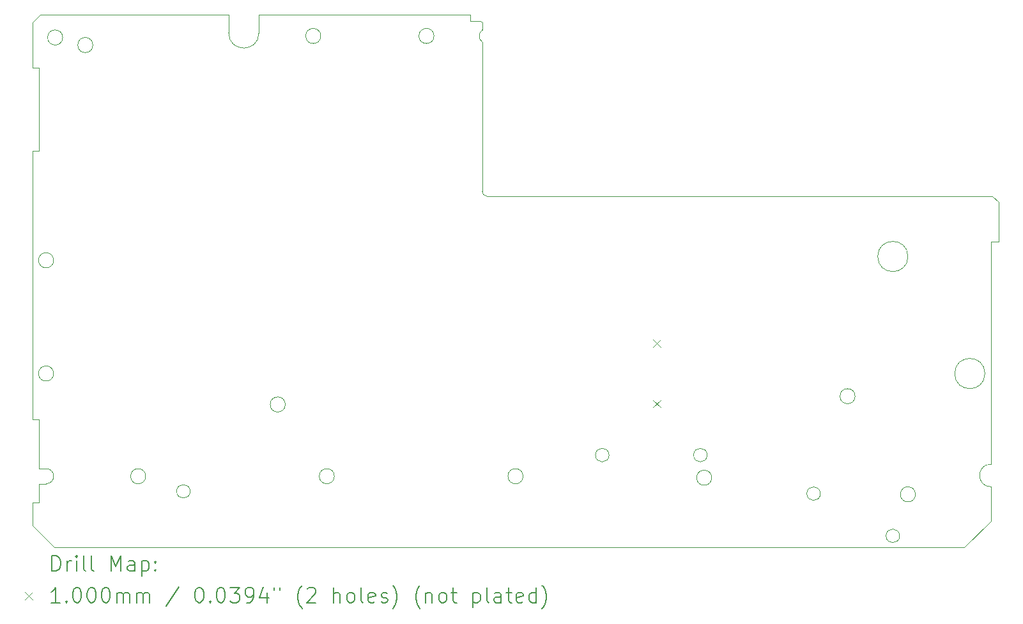
<source format=gbr>
%TF.GenerationSoftware,KiCad,Pcbnew,8.0.5-8.0.5-0~ubuntu24.04.1*%
%TF.CreationDate,2024-10-12T04:07:35+08:00*%
%TF.ProjectId,EL6170_Pro_Max_Plus,454c3631-3730-45f5-9072-6f5f4d61785f,rev?*%
%TF.SameCoordinates,Original*%
%TF.FileFunction,Drillmap*%
%TF.FilePolarity,Positive*%
%FSLAX45Y45*%
G04 Gerber Fmt 4.5, Leading zero omitted, Abs format (unit mm)*
G04 Created by KiCad (PCBNEW 8.0.5-8.0.5-0~ubuntu24.04.1) date 2024-10-12 04:07:35*
%MOMM*%
%LPD*%
G01*
G04 APERTURE LIST*
%ADD10C,0.050000*%
%ADD11C,0.200000*%
%ADD12C,0.100000*%
G04 APERTURE END LIST*
D10*
X9380000Y-12460000D02*
X9290000Y-12460000D01*
X21550000Y-13300000D02*
X9490000Y-13300000D01*
X9200000Y-12710000D02*
X9200000Y-13010000D01*
X15220000Y-8650000D02*
X21920000Y-8650000D01*
X20100000Y-11300000D02*
G75*
G02*
X19900000Y-11300000I-100000J0D01*
G01*
X19900000Y-11300000D02*
G75*
G02*
X20100000Y-11300000I100000J0D01*
G01*
X15140000Y-6330000D02*
X15160000Y-6350000D01*
X15000000Y-6250000D02*
X15000000Y-6330000D01*
X9290000Y-11610000D02*
X9200000Y-11610000D01*
X18200000Y-12380000D02*
G75*
G02*
X18000000Y-12380000I-100000J0D01*
G01*
X18000000Y-12380000D02*
G75*
G02*
X18200000Y-12380000I100000J0D01*
G01*
X9600000Y-6550000D02*
G75*
G02*
X9400000Y-6550000I-100000J0D01*
G01*
X9400000Y-6550000D02*
G75*
G02*
X9600000Y-6550000I100000J0D01*
G01*
X21900000Y-12500000D02*
X21900000Y-12950000D01*
X15220000Y-8650000D02*
G75*
G02*
X15160000Y-8590000I0J60000D01*
G01*
X14520000Y-6530000D02*
G75*
G02*
X14320000Y-6530000I-100000J0D01*
G01*
X14320000Y-6530000D02*
G75*
G02*
X14520000Y-6530000I100000J0D01*
G01*
X9290000Y-12260000D02*
X9290000Y-11610000D01*
X11800000Y-6250000D02*
X9300000Y-6250000D01*
X22000000Y-9250000D02*
X21900000Y-9250000D01*
X20690000Y-13150000D02*
G75*
G02*
X20510000Y-13150000I-90000J0D01*
G01*
X20510000Y-13150000D02*
G75*
G02*
X20690000Y-13150000I90000J0D01*
G01*
X21900000Y-9250000D02*
X21900000Y-12200000D01*
X10000000Y-6650000D02*
G75*
G02*
X9800000Y-6650000I-100000J0D01*
G01*
X9800000Y-6650000D02*
G75*
G02*
X10000000Y-6650000I100000J0D01*
G01*
X12550000Y-11410000D02*
G75*
G02*
X12350000Y-11410000I-100000J0D01*
G01*
X12350000Y-11410000D02*
G75*
G02*
X12550000Y-11410000I100000J0D01*
G01*
X9380000Y-12260000D02*
G75*
G02*
X9380000Y-12460000I0J-100000D01*
G01*
X11290000Y-12560000D02*
G75*
G02*
X11110000Y-12560000I-90000J0D01*
G01*
X11110000Y-12560000D02*
G75*
G02*
X11290000Y-12560000I90000J0D01*
G01*
X9490000Y-13300000D02*
X9200000Y-13010000D01*
X9200000Y-6350000D02*
X9200000Y-6950000D01*
X20900000Y-12600000D02*
G75*
G02*
X20700000Y-12600000I-100000J0D01*
G01*
X20700000Y-12600000D02*
G75*
G02*
X20900000Y-12600000I100000J0D01*
G01*
X13200000Y-12360000D02*
G75*
G02*
X13000000Y-12360000I-100000J0D01*
G01*
X13000000Y-12360000D02*
G75*
G02*
X13200000Y-12360000I100000J0D01*
G01*
X9380000Y-12260000D02*
X9290000Y-12260000D01*
X9290000Y-12460000D02*
X9290000Y-12710000D01*
X20800000Y-9450000D02*
G75*
G02*
X20400000Y-9450000I-200000J0D01*
G01*
X20400000Y-9450000D02*
G75*
G02*
X20800000Y-9450000I200000J0D01*
G01*
X21900000Y-12500000D02*
G75*
G02*
X21900000Y-12200000I0J150000D01*
G01*
X13020000Y-6530000D02*
G75*
G02*
X12820000Y-6530000I-100000J0D01*
G01*
X12820000Y-6530000D02*
G75*
G02*
X13020000Y-6530000I100000J0D01*
G01*
X9200000Y-6950000D02*
X9290000Y-6950000D01*
X9200000Y-11610000D02*
X9200000Y-8050000D01*
X18140000Y-12080000D02*
G75*
G02*
X17960000Y-12080000I-90000J0D01*
G01*
X17960000Y-12080000D02*
G75*
G02*
X18140000Y-12080000I90000J0D01*
G01*
X9480000Y-11000000D02*
G75*
G02*
X9280000Y-11000000I-100000J0D01*
G01*
X9280000Y-11000000D02*
G75*
G02*
X9480000Y-11000000I100000J0D01*
G01*
X9290000Y-6950000D02*
X9290000Y-8050000D01*
X9480000Y-9500000D02*
G75*
G02*
X9280000Y-9500000I-100000J0D01*
G01*
X9280000Y-9500000D02*
G75*
G02*
X9480000Y-9500000I100000J0D01*
G01*
X15000000Y-6330000D02*
X15140000Y-6330000D01*
X9290000Y-8050000D02*
X9200000Y-8050000D01*
X21900000Y-12950000D02*
X21550000Y-13300000D01*
X15000000Y-6250000D02*
X12200000Y-6250000D01*
X10700000Y-12360000D02*
G75*
G02*
X10500000Y-12360000I-100000J0D01*
G01*
X10500000Y-12360000D02*
G75*
G02*
X10700000Y-12360000I100000J0D01*
G01*
X12200000Y-6490000D02*
G75*
G02*
X11800000Y-6490000I-200000J0D01*
G01*
X9200000Y-12710000D02*
X9290000Y-12710000D01*
X9200000Y-6350000D02*
X9300000Y-6250000D01*
X15700000Y-12360000D02*
G75*
G02*
X15500000Y-12360000I-100000J0D01*
G01*
X15500000Y-12360000D02*
G75*
G02*
X15700000Y-12360000I100000J0D01*
G01*
X16840000Y-12080000D02*
G75*
G02*
X16660000Y-12080000I-90000J0D01*
G01*
X16660000Y-12080000D02*
G75*
G02*
X16840000Y-12080000I90000J0D01*
G01*
X19640000Y-12590000D02*
G75*
G02*
X19460000Y-12590000I-90000J0D01*
G01*
X19460000Y-12590000D02*
G75*
G02*
X19640000Y-12590000I90000J0D01*
G01*
X15160000Y-6610000D02*
X15160000Y-8590000D01*
X15160000Y-6350000D02*
X15160000Y-6450000D01*
X11800000Y-6490000D02*
X11800000Y-6250000D01*
X21920000Y-8650000D02*
X22000000Y-8730000D01*
X12200000Y-6490000D02*
X12200000Y-6250000D01*
X21820000Y-11000000D02*
G75*
G02*
X21420000Y-11000000I-200000J0D01*
G01*
X21420000Y-11000000D02*
G75*
G02*
X21820000Y-11000000I200000J0D01*
G01*
X22000000Y-8730000D02*
X22000000Y-9250000D01*
X15160000Y-6610000D02*
G75*
G02*
X15160000Y-6450000I60000J80000D01*
G01*
D11*
D12*
X17420000Y-10550000D02*
X17520000Y-10650000D01*
X17520000Y-10550000D02*
X17420000Y-10650000D01*
X17420000Y-11350000D02*
X17520000Y-11450000D01*
X17520000Y-11350000D02*
X17420000Y-11450000D01*
D11*
X9458277Y-13613984D02*
X9458277Y-13413984D01*
X9458277Y-13413984D02*
X9505896Y-13413984D01*
X9505896Y-13413984D02*
X9534467Y-13423508D01*
X9534467Y-13423508D02*
X9553515Y-13442555D01*
X9553515Y-13442555D02*
X9563039Y-13461603D01*
X9563039Y-13461603D02*
X9572563Y-13499698D01*
X9572563Y-13499698D02*
X9572563Y-13528269D01*
X9572563Y-13528269D02*
X9563039Y-13566365D01*
X9563039Y-13566365D02*
X9553515Y-13585412D01*
X9553515Y-13585412D02*
X9534467Y-13604460D01*
X9534467Y-13604460D02*
X9505896Y-13613984D01*
X9505896Y-13613984D02*
X9458277Y-13613984D01*
X9658277Y-13613984D02*
X9658277Y-13480650D01*
X9658277Y-13518746D02*
X9667801Y-13499698D01*
X9667801Y-13499698D02*
X9677324Y-13490174D01*
X9677324Y-13490174D02*
X9696372Y-13480650D01*
X9696372Y-13480650D02*
X9715420Y-13480650D01*
X9782086Y-13613984D02*
X9782086Y-13480650D01*
X9782086Y-13413984D02*
X9772563Y-13423508D01*
X9772563Y-13423508D02*
X9782086Y-13433031D01*
X9782086Y-13433031D02*
X9791610Y-13423508D01*
X9791610Y-13423508D02*
X9782086Y-13413984D01*
X9782086Y-13413984D02*
X9782086Y-13433031D01*
X9905896Y-13613984D02*
X9886848Y-13604460D01*
X9886848Y-13604460D02*
X9877324Y-13585412D01*
X9877324Y-13585412D02*
X9877324Y-13413984D01*
X10010658Y-13613984D02*
X9991610Y-13604460D01*
X9991610Y-13604460D02*
X9982086Y-13585412D01*
X9982086Y-13585412D02*
X9982086Y-13413984D01*
X10239229Y-13613984D02*
X10239229Y-13413984D01*
X10239229Y-13413984D02*
X10305896Y-13556841D01*
X10305896Y-13556841D02*
X10372563Y-13413984D01*
X10372563Y-13413984D02*
X10372563Y-13613984D01*
X10553515Y-13613984D02*
X10553515Y-13509222D01*
X10553515Y-13509222D02*
X10543991Y-13490174D01*
X10543991Y-13490174D02*
X10524944Y-13480650D01*
X10524944Y-13480650D02*
X10486848Y-13480650D01*
X10486848Y-13480650D02*
X10467801Y-13490174D01*
X10553515Y-13604460D02*
X10534467Y-13613984D01*
X10534467Y-13613984D02*
X10486848Y-13613984D01*
X10486848Y-13613984D02*
X10467801Y-13604460D01*
X10467801Y-13604460D02*
X10458277Y-13585412D01*
X10458277Y-13585412D02*
X10458277Y-13566365D01*
X10458277Y-13566365D02*
X10467801Y-13547317D01*
X10467801Y-13547317D02*
X10486848Y-13537793D01*
X10486848Y-13537793D02*
X10534467Y-13537793D01*
X10534467Y-13537793D02*
X10553515Y-13528269D01*
X10648753Y-13480650D02*
X10648753Y-13680650D01*
X10648753Y-13490174D02*
X10667801Y-13480650D01*
X10667801Y-13480650D02*
X10705896Y-13480650D01*
X10705896Y-13480650D02*
X10724944Y-13490174D01*
X10724944Y-13490174D02*
X10734467Y-13499698D01*
X10734467Y-13499698D02*
X10743991Y-13518746D01*
X10743991Y-13518746D02*
X10743991Y-13575888D01*
X10743991Y-13575888D02*
X10734467Y-13594936D01*
X10734467Y-13594936D02*
X10724944Y-13604460D01*
X10724944Y-13604460D02*
X10705896Y-13613984D01*
X10705896Y-13613984D02*
X10667801Y-13613984D01*
X10667801Y-13613984D02*
X10648753Y-13604460D01*
X10829705Y-13594936D02*
X10839229Y-13604460D01*
X10839229Y-13604460D02*
X10829705Y-13613984D01*
X10829705Y-13613984D02*
X10820182Y-13604460D01*
X10820182Y-13604460D02*
X10829705Y-13594936D01*
X10829705Y-13594936D02*
X10829705Y-13613984D01*
X10829705Y-13490174D02*
X10839229Y-13499698D01*
X10839229Y-13499698D02*
X10829705Y-13509222D01*
X10829705Y-13509222D02*
X10820182Y-13499698D01*
X10820182Y-13499698D02*
X10829705Y-13490174D01*
X10829705Y-13490174D02*
X10829705Y-13509222D01*
D12*
X9097500Y-13892500D02*
X9197500Y-13992500D01*
X9197500Y-13892500D02*
X9097500Y-13992500D01*
D11*
X9563039Y-14033984D02*
X9448753Y-14033984D01*
X9505896Y-14033984D02*
X9505896Y-13833984D01*
X9505896Y-13833984D02*
X9486848Y-13862555D01*
X9486848Y-13862555D02*
X9467801Y-13881603D01*
X9467801Y-13881603D02*
X9448753Y-13891127D01*
X9648753Y-14014936D02*
X9658277Y-14024460D01*
X9658277Y-14024460D02*
X9648753Y-14033984D01*
X9648753Y-14033984D02*
X9639229Y-14024460D01*
X9639229Y-14024460D02*
X9648753Y-14014936D01*
X9648753Y-14014936D02*
X9648753Y-14033984D01*
X9782086Y-13833984D02*
X9801134Y-13833984D01*
X9801134Y-13833984D02*
X9820182Y-13843508D01*
X9820182Y-13843508D02*
X9829705Y-13853031D01*
X9829705Y-13853031D02*
X9839229Y-13872079D01*
X9839229Y-13872079D02*
X9848753Y-13910174D01*
X9848753Y-13910174D02*
X9848753Y-13957793D01*
X9848753Y-13957793D02*
X9839229Y-13995888D01*
X9839229Y-13995888D02*
X9829705Y-14014936D01*
X9829705Y-14014936D02*
X9820182Y-14024460D01*
X9820182Y-14024460D02*
X9801134Y-14033984D01*
X9801134Y-14033984D02*
X9782086Y-14033984D01*
X9782086Y-14033984D02*
X9763039Y-14024460D01*
X9763039Y-14024460D02*
X9753515Y-14014936D01*
X9753515Y-14014936D02*
X9743991Y-13995888D01*
X9743991Y-13995888D02*
X9734467Y-13957793D01*
X9734467Y-13957793D02*
X9734467Y-13910174D01*
X9734467Y-13910174D02*
X9743991Y-13872079D01*
X9743991Y-13872079D02*
X9753515Y-13853031D01*
X9753515Y-13853031D02*
X9763039Y-13843508D01*
X9763039Y-13843508D02*
X9782086Y-13833984D01*
X9972563Y-13833984D02*
X9991610Y-13833984D01*
X9991610Y-13833984D02*
X10010658Y-13843508D01*
X10010658Y-13843508D02*
X10020182Y-13853031D01*
X10020182Y-13853031D02*
X10029705Y-13872079D01*
X10029705Y-13872079D02*
X10039229Y-13910174D01*
X10039229Y-13910174D02*
X10039229Y-13957793D01*
X10039229Y-13957793D02*
X10029705Y-13995888D01*
X10029705Y-13995888D02*
X10020182Y-14014936D01*
X10020182Y-14014936D02*
X10010658Y-14024460D01*
X10010658Y-14024460D02*
X9991610Y-14033984D01*
X9991610Y-14033984D02*
X9972563Y-14033984D01*
X9972563Y-14033984D02*
X9953515Y-14024460D01*
X9953515Y-14024460D02*
X9943991Y-14014936D01*
X9943991Y-14014936D02*
X9934467Y-13995888D01*
X9934467Y-13995888D02*
X9924944Y-13957793D01*
X9924944Y-13957793D02*
X9924944Y-13910174D01*
X9924944Y-13910174D02*
X9934467Y-13872079D01*
X9934467Y-13872079D02*
X9943991Y-13853031D01*
X9943991Y-13853031D02*
X9953515Y-13843508D01*
X9953515Y-13843508D02*
X9972563Y-13833984D01*
X10163039Y-13833984D02*
X10182086Y-13833984D01*
X10182086Y-13833984D02*
X10201134Y-13843508D01*
X10201134Y-13843508D02*
X10210658Y-13853031D01*
X10210658Y-13853031D02*
X10220182Y-13872079D01*
X10220182Y-13872079D02*
X10229705Y-13910174D01*
X10229705Y-13910174D02*
X10229705Y-13957793D01*
X10229705Y-13957793D02*
X10220182Y-13995888D01*
X10220182Y-13995888D02*
X10210658Y-14014936D01*
X10210658Y-14014936D02*
X10201134Y-14024460D01*
X10201134Y-14024460D02*
X10182086Y-14033984D01*
X10182086Y-14033984D02*
X10163039Y-14033984D01*
X10163039Y-14033984D02*
X10143991Y-14024460D01*
X10143991Y-14024460D02*
X10134467Y-14014936D01*
X10134467Y-14014936D02*
X10124944Y-13995888D01*
X10124944Y-13995888D02*
X10115420Y-13957793D01*
X10115420Y-13957793D02*
X10115420Y-13910174D01*
X10115420Y-13910174D02*
X10124944Y-13872079D01*
X10124944Y-13872079D02*
X10134467Y-13853031D01*
X10134467Y-13853031D02*
X10143991Y-13843508D01*
X10143991Y-13843508D02*
X10163039Y-13833984D01*
X10315420Y-14033984D02*
X10315420Y-13900650D01*
X10315420Y-13919698D02*
X10324944Y-13910174D01*
X10324944Y-13910174D02*
X10343991Y-13900650D01*
X10343991Y-13900650D02*
X10372563Y-13900650D01*
X10372563Y-13900650D02*
X10391610Y-13910174D01*
X10391610Y-13910174D02*
X10401134Y-13929222D01*
X10401134Y-13929222D02*
X10401134Y-14033984D01*
X10401134Y-13929222D02*
X10410658Y-13910174D01*
X10410658Y-13910174D02*
X10429705Y-13900650D01*
X10429705Y-13900650D02*
X10458277Y-13900650D01*
X10458277Y-13900650D02*
X10477325Y-13910174D01*
X10477325Y-13910174D02*
X10486848Y-13929222D01*
X10486848Y-13929222D02*
X10486848Y-14033984D01*
X10582086Y-14033984D02*
X10582086Y-13900650D01*
X10582086Y-13919698D02*
X10591610Y-13910174D01*
X10591610Y-13910174D02*
X10610658Y-13900650D01*
X10610658Y-13900650D02*
X10639229Y-13900650D01*
X10639229Y-13900650D02*
X10658277Y-13910174D01*
X10658277Y-13910174D02*
X10667801Y-13929222D01*
X10667801Y-13929222D02*
X10667801Y-14033984D01*
X10667801Y-13929222D02*
X10677325Y-13910174D01*
X10677325Y-13910174D02*
X10696372Y-13900650D01*
X10696372Y-13900650D02*
X10724944Y-13900650D01*
X10724944Y-13900650D02*
X10743991Y-13910174D01*
X10743991Y-13910174D02*
X10753515Y-13929222D01*
X10753515Y-13929222D02*
X10753515Y-14033984D01*
X11143991Y-13824460D02*
X10972563Y-14081603D01*
X11401134Y-13833984D02*
X11420182Y-13833984D01*
X11420182Y-13833984D02*
X11439229Y-13843508D01*
X11439229Y-13843508D02*
X11448753Y-13853031D01*
X11448753Y-13853031D02*
X11458277Y-13872079D01*
X11458277Y-13872079D02*
X11467801Y-13910174D01*
X11467801Y-13910174D02*
X11467801Y-13957793D01*
X11467801Y-13957793D02*
X11458277Y-13995888D01*
X11458277Y-13995888D02*
X11448753Y-14014936D01*
X11448753Y-14014936D02*
X11439229Y-14024460D01*
X11439229Y-14024460D02*
X11420182Y-14033984D01*
X11420182Y-14033984D02*
X11401134Y-14033984D01*
X11401134Y-14033984D02*
X11382086Y-14024460D01*
X11382086Y-14024460D02*
X11372563Y-14014936D01*
X11372563Y-14014936D02*
X11363039Y-13995888D01*
X11363039Y-13995888D02*
X11353515Y-13957793D01*
X11353515Y-13957793D02*
X11353515Y-13910174D01*
X11353515Y-13910174D02*
X11363039Y-13872079D01*
X11363039Y-13872079D02*
X11372563Y-13853031D01*
X11372563Y-13853031D02*
X11382086Y-13843508D01*
X11382086Y-13843508D02*
X11401134Y-13833984D01*
X11553515Y-14014936D02*
X11563039Y-14024460D01*
X11563039Y-14024460D02*
X11553515Y-14033984D01*
X11553515Y-14033984D02*
X11543991Y-14024460D01*
X11543991Y-14024460D02*
X11553515Y-14014936D01*
X11553515Y-14014936D02*
X11553515Y-14033984D01*
X11686848Y-13833984D02*
X11705896Y-13833984D01*
X11705896Y-13833984D02*
X11724944Y-13843508D01*
X11724944Y-13843508D02*
X11734467Y-13853031D01*
X11734467Y-13853031D02*
X11743991Y-13872079D01*
X11743991Y-13872079D02*
X11753515Y-13910174D01*
X11753515Y-13910174D02*
X11753515Y-13957793D01*
X11753515Y-13957793D02*
X11743991Y-13995888D01*
X11743991Y-13995888D02*
X11734467Y-14014936D01*
X11734467Y-14014936D02*
X11724944Y-14024460D01*
X11724944Y-14024460D02*
X11705896Y-14033984D01*
X11705896Y-14033984D02*
X11686848Y-14033984D01*
X11686848Y-14033984D02*
X11667801Y-14024460D01*
X11667801Y-14024460D02*
X11658277Y-14014936D01*
X11658277Y-14014936D02*
X11648753Y-13995888D01*
X11648753Y-13995888D02*
X11639229Y-13957793D01*
X11639229Y-13957793D02*
X11639229Y-13910174D01*
X11639229Y-13910174D02*
X11648753Y-13872079D01*
X11648753Y-13872079D02*
X11658277Y-13853031D01*
X11658277Y-13853031D02*
X11667801Y-13843508D01*
X11667801Y-13843508D02*
X11686848Y-13833984D01*
X11820182Y-13833984D02*
X11943991Y-13833984D01*
X11943991Y-13833984D02*
X11877325Y-13910174D01*
X11877325Y-13910174D02*
X11905896Y-13910174D01*
X11905896Y-13910174D02*
X11924944Y-13919698D01*
X11924944Y-13919698D02*
X11934467Y-13929222D01*
X11934467Y-13929222D02*
X11943991Y-13948269D01*
X11943991Y-13948269D02*
X11943991Y-13995888D01*
X11943991Y-13995888D02*
X11934467Y-14014936D01*
X11934467Y-14014936D02*
X11924944Y-14024460D01*
X11924944Y-14024460D02*
X11905896Y-14033984D01*
X11905896Y-14033984D02*
X11848753Y-14033984D01*
X11848753Y-14033984D02*
X11829706Y-14024460D01*
X11829706Y-14024460D02*
X11820182Y-14014936D01*
X12039229Y-14033984D02*
X12077325Y-14033984D01*
X12077325Y-14033984D02*
X12096372Y-14024460D01*
X12096372Y-14024460D02*
X12105896Y-14014936D01*
X12105896Y-14014936D02*
X12124944Y-13986365D01*
X12124944Y-13986365D02*
X12134467Y-13948269D01*
X12134467Y-13948269D02*
X12134467Y-13872079D01*
X12134467Y-13872079D02*
X12124944Y-13853031D01*
X12124944Y-13853031D02*
X12115420Y-13843508D01*
X12115420Y-13843508D02*
X12096372Y-13833984D01*
X12096372Y-13833984D02*
X12058277Y-13833984D01*
X12058277Y-13833984D02*
X12039229Y-13843508D01*
X12039229Y-13843508D02*
X12029706Y-13853031D01*
X12029706Y-13853031D02*
X12020182Y-13872079D01*
X12020182Y-13872079D02*
X12020182Y-13919698D01*
X12020182Y-13919698D02*
X12029706Y-13938746D01*
X12029706Y-13938746D02*
X12039229Y-13948269D01*
X12039229Y-13948269D02*
X12058277Y-13957793D01*
X12058277Y-13957793D02*
X12096372Y-13957793D01*
X12096372Y-13957793D02*
X12115420Y-13948269D01*
X12115420Y-13948269D02*
X12124944Y-13938746D01*
X12124944Y-13938746D02*
X12134467Y-13919698D01*
X12305896Y-13900650D02*
X12305896Y-14033984D01*
X12258277Y-13824460D02*
X12210658Y-13967317D01*
X12210658Y-13967317D02*
X12334467Y-13967317D01*
X12401134Y-13833984D02*
X12401134Y-13872079D01*
X12477325Y-13833984D02*
X12477325Y-13872079D01*
X12772563Y-14110174D02*
X12763039Y-14100650D01*
X12763039Y-14100650D02*
X12743991Y-14072079D01*
X12743991Y-14072079D02*
X12734468Y-14053031D01*
X12734468Y-14053031D02*
X12724944Y-14024460D01*
X12724944Y-14024460D02*
X12715420Y-13976841D01*
X12715420Y-13976841D02*
X12715420Y-13938746D01*
X12715420Y-13938746D02*
X12724944Y-13891127D01*
X12724944Y-13891127D02*
X12734468Y-13862555D01*
X12734468Y-13862555D02*
X12743991Y-13843508D01*
X12743991Y-13843508D02*
X12763039Y-13814936D01*
X12763039Y-13814936D02*
X12772563Y-13805412D01*
X12839229Y-13853031D02*
X12848753Y-13843508D01*
X12848753Y-13843508D02*
X12867801Y-13833984D01*
X12867801Y-13833984D02*
X12915420Y-13833984D01*
X12915420Y-13833984D02*
X12934468Y-13843508D01*
X12934468Y-13843508D02*
X12943991Y-13853031D01*
X12943991Y-13853031D02*
X12953515Y-13872079D01*
X12953515Y-13872079D02*
X12953515Y-13891127D01*
X12953515Y-13891127D02*
X12943991Y-13919698D01*
X12943991Y-13919698D02*
X12829706Y-14033984D01*
X12829706Y-14033984D02*
X12953515Y-14033984D01*
X13191610Y-14033984D02*
X13191610Y-13833984D01*
X13277325Y-14033984D02*
X13277325Y-13929222D01*
X13277325Y-13929222D02*
X13267801Y-13910174D01*
X13267801Y-13910174D02*
X13248753Y-13900650D01*
X13248753Y-13900650D02*
X13220182Y-13900650D01*
X13220182Y-13900650D02*
X13201134Y-13910174D01*
X13201134Y-13910174D02*
X13191610Y-13919698D01*
X13401134Y-14033984D02*
X13382087Y-14024460D01*
X13382087Y-14024460D02*
X13372563Y-14014936D01*
X13372563Y-14014936D02*
X13363039Y-13995888D01*
X13363039Y-13995888D02*
X13363039Y-13938746D01*
X13363039Y-13938746D02*
X13372563Y-13919698D01*
X13372563Y-13919698D02*
X13382087Y-13910174D01*
X13382087Y-13910174D02*
X13401134Y-13900650D01*
X13401134Y-13900650D02*
X13429706Y-13900650D01*
X13429706Y-13900650D02*
X13448753Y-13910174D01*
X13448753Y-13910174D02*
X13458277Y-13919698D01*
X13458277Y-13919698D02*
X13467801Y-13938746D01*
X13467801Y-13938746D02*
X13467801Y-13995888D01*
X13467801Y-13995888D02*
X13458277Y-14014936D01*
X13458277Y-14014936D02*
X13448753Y-14024460D01*
X13448753Y-14024460D02*
X13429706Y-14033984D01*
X13429706Y-14033984D02*
X13401134Y-14033984D01*
X13582087Y-14033984D02*
X13563039Y-14024460D01*
X13563039Y-14024460D02*
X13553515Y-14005412D01*
X13553515Y-14005412D02*
X13553515Y-13833984D01*
X13734468Y-14024460D02*
X13715420Y-14033984D01*
X13715420Y-14033984D02*
X13677325Y-14033984D01*
X13677325Y-14033984D02*
X13658277Y-14024460D01*
X13658277Y-14024460D02*
X13648753Y-14005412D01*
X13648753Y-14005412D02*
X13648753Y-13929222D01*
X13648753Y-13929222D02*
X13658277Y-13910174D01*
X13658277Y-13910174D02*
X13677325Y-13900650D01*
X13677325Y-13900650D02*
X13715420Y-13900650D01*
X13715420Y-13900650D02*
X13734468Y-13910174D01*
X13734468Y-13910174D02*
X13743991Y-13929222D01*
X13743991Y-13929222D02*
X13743991Y-13948269D01*
X13743991Y-13948269D02*
X13648753Y-13967317D01*
X13820182Y-14024460D02*
X13839230Y-14033984D01*
X13839230Y-14033984D02*
X13877325Y-14033984D01*
X13877325Y-14033984D02*
X13896372Y-14024460D01*
X13896372Y-14024460D02*
X13905896Y-14005412D01*
X13905896Y-14005412D02*
X13905896Y-13995888D01*
X13905896Y-13995888D02*
X13896372Y-13976841D01*
X13896372Y-13976841D02*
X13877325Y-13967317D01*
X13877325Y-13967317D02*
X13848753Y-13967317D01*
X13848753Y-13967317D02*
X13829706Y-13957793D01*
X13829706Y-13957793D02*
X13820182Y-13938746D01*
X13820182Y-13938746D02*
X13820182Y-13929222D01*
X13820182Y-13929222D02*
X13829706Y-13910174D01*
X13829706Y-13910174D02*
X13848753Y-13900650D01*
X13848753Y-13900650D02*
X13877325Y-13900650D01*
X13877325Y-13900650D02*
X13896372Y-13910174D01*
X13972563Y-14110174D02*
X13982087Y-14100650D01*
X13982087Y-14100650D02*
X14001134Y-14072079D01*
X14001134Y-14072079D02*
X14010658Y-14053031D01*
X14010658Y-14053031D02*
X14020182Y-14024460D01*
X14020182Y-14024460D02*
X14029706Y-13976841D01*
X14029706Y-13976841D02*
X14029706Y-13938746D01*
X14029706Y-13938746D02*
X14020182Y-13891127D01*
X14020182Y-13891127D02*
X14010658Y-13862555D01*
X14010658Y-13862555D02*
X14001134Y-13843508D01*
X14001134Y-13843508D02*
X13982087Y-13814936D01*
X13982087Y-13814936D02*
X13972563Y-13805412D01*
X14334468Y-14110174D02*
X14324944Y-14100650D01*
X14324944Y-14100650D02*
X14305896Y-14072079D01*
X14305896Y-14072079D02*
X14296372Y-14053031D01*
X14296372Y-14053031D02*
X14286849Y-14024460D01*
X14286849Y-14024460D02*
X14277325Y-13976841D01*
X14277325Y-13976841D02*
X14277325Y-13938746D01*
X14277325Y-13938746D02*
X14286849Y-13891127D01*
X14286849Y-13891127D02*
X14296372Y-13862555D01*
X14296372Y-13862555D02*
X14305896Y-13843508D01*
X14305896Y-13843508D02*
X14324944Y-13814936D01*
X14324944Y-13814936D02*
X14334468Y-13805412D01*
X14410658Y-13900650D02*
X14410658Y-14033984D01*
X14410658Y-13919698D02*
X14420182Y-13910174D01*
X14420182Y-13910174D02*
X14439230Y-13900650D01*
X14439230Y-13900650D02*
X14467801Y-13900650D01*
X14467801Y-13900650D02*
X14486849Y-13910174D01*
X14486849Y-13910174D02*
X14496372Y-13929222D01*
X14496372Y-13929222D02*
X14496372Y-14033984D01*
X14620182Y-14033984D02*
X14601134Y-14024460D01*
X14601134Y-14024460D02*
X14591611Y-14014936D01*
X14591611Y-14014936D02*
X14582087Y-13995888D01*
X14582087Y-13995888D02*
X14582087Y-13938746D01*
X14582087Y-13938746D02*
X14591611Y-13919698D01*
X14591611Y-13919698D02*
X14601134Y-13910174D01*
X14601134Y-13910174D02*
X14620182Y-13900650D01*
X14620182Y-13900650D02*
X14648753Y-13900650D01*
X14648753Y-13900650D02*
X14667801Y-13910174D01*
X14667801Y-13910174D02*
X14677325Y-13919698D01*
X14677325Y-13919698D02*
X14686849Y-13938746D01*
X14686849Y-13938746D02*
X14686849Y-13995888D01*
X14686849Y-13995888D02*
X14677325Y-14014936D01*
X14677325Y-14014936D02*
X14667801Y-14024460D01*
X14667801Y-14024460D02*
X14648753Y-14033984D01*
X14648753Y-14033984D02*
X14620182Y-14033984D01*
X14743992Y-13900650D02*
X14820182Y-13900650D01*
X14772563Y-13833984D02*
X14772563Y-14005412D01*
X14772563Y-14005412D02*
X14782087Y-14024460D01*
X14782087Y-14024460D02*
X14801134Y-14033984D01*
X14801134Y-14033984D02*
X14820182Y-14033984D01*
X15039230Y-13900650D02*
X15039230Y-14100650D01*
X15039230Y-13910174D02*
X15058277Y-13900650D01*
X15058277Y-13900650D02*
X15096373Y-13900650D01*
X15096373Y-13900650D02*
X15115420Y-13910174D01*
X15115420Y-13910174D02*
X15124944Y-13919698D01*
X15124944Y-13919698D02*
X15134468Y-13938746D01*
X15134468Y-13938746D02*
X15134468Y-13995888D01*
X15134468Y-13995888D02*
X15124944Y-14014936D01*
X15124944Y-14014936D02*
X15115420Y-14024460D01*
X15115420Y-14024460D02*
X15096373Y-14033984D01*
X15096373Y-14033984D02*
X15058277Y-14033984D01*
X15058277Y-14033984D02*
X15039230Y-14024460D01*
X15248753Y-14033984D02*
X15229706Y-14024460D01*
X15229706Y-14024460D02*
X15220182Y-14005412D01*
X15220182Y-14005412D02*
X15220182Y-13833984D01*
X15410658Y-14033984D02*
X15410658Y-13929222D01*
X15410658Y-13929222D02*
X15401134Y-13910174D01*
X15401134Y-13910174D02*
X15382087Y-13900650D01*
X15382087Y-13900650D02*
X15343992Y-13900650D01*
X15343992Y-13900650D02*
X15324944Y-13910174D01*
X15410658Y-14024460D02*
X15391611Y-14033984D01*
X15391611Y-14033984D02*
X15343992Y-14033984D01*
X15343992Y-14033984D02*
X15324944Y-14024460D01*
X15324944Y-14024460D02*
X15315420Y-14005412D01*
X15315420Y-14005412D02*
X15315420Y-13986365D01*
X15315420Y-13986365D02*
X15324944Y-13967317D01*
X15324944Y-13967317D02*
X15343992Y-13957793D01*
X15343992Y-13957793D02*
X15391611Y-13957793D01*
X15391611Y-13957793D02*
X15410658Y-13948269D01*
X15477325Y-13900650D02*
X15553515Y-13900650D01*
X15505896Y-13833984D02*
X15505896Y-14005412D01*
X15505896Y-14005412D02*
X15515420Y-14024460D01*
X15515420Y-14024460D02*
X15534468Y-14033984D01*
X15534468Y-14033984D02*
X15553515Y-14033984D01*
X15696373Y-14024460D02*
X15677325Y-14033984D01*
X15677325Y-14033984D02*
X15639230Y-14033984D01*
X15639230Y-14033984D02*
X15620182Y-14024460D01*
X15620182Y-14024460D02*
X15610658Y-14005412D01*
X15610658Y-14005412D02*
X15610658Y-13929222D01*
X15610658Y-13929222D02*
X15620182Y-13910174D01*
X15620182Y-13910174D02*
X15639230Y-13900650D01*
X15639230Y-13900650D02*
X15677325Y-13900650D01*
X15677325Y-13900650D02*
X15696373Y-13910174D01*
X15696373Y-13910174D02*
X15705896Y-13929222D01*
X15705896Y-13929222D02*
X15705896Y-13948269D01*
X15705896Y-13948269D02*
X15610658Y-13967317D01*
X15877325Y-14033984D02*
X15877325Y-13833984D01*
X15877325Y-14024460D02*
X15858277Y-14033984D01*
X15858277Y-14033984D02*
X15820182Y-14033984D01*
X15820182Y-14033984D02*
X15801134Y-14024460D01*
X15801134Y-14024460D02*
X15791611Y-14014936D01*
X15791611Y-14014936D02*
X15782087Y-13995888D01*
X15782087Y-13995888D02*
X15782087Y-13938746D01*
X15782087Y-13938746D02*
X15791611Y-13919698D01*
X15791611Y-13919698D02*
X15801134Y-13910174D01*
X15801134Y-13910174D02*
X15820182Y-13900650D01*
X15820182Y-13900650D02*
X15858277Y-13900650D01*
X15858277Y-13900650D02*
X15877325Y-13910174D01*
X15953515Y-14110174D02*
X15963039Y-14100650D01*
X15963039Y-14100650D02*
X15982087Y-14072079D01*
X15982087Y-14072079D02*
X15991611Y-14053031D01*
X15991611Y-14053031D02*
X16001134Y-14024460D01*
X16001134Y-14024460D02*
X16010658Y-13976841D01*
X16010658Y-13976841D02*
X16010658Y-13938746D01*
X16010658Y-13938746D02*
X16001134Y-13891127D01*
X16001134Y-13891127D02*
X15991611Y-13862555D01*
X15991611Y-13862555D02*
X15982087Y-13843508D01*
X15982087Y-13843508D02*
X15963039Y-13814936D01*
X15963039Y-13814936D02*
X15953515Y-13805412D01*
M02*

</source>
